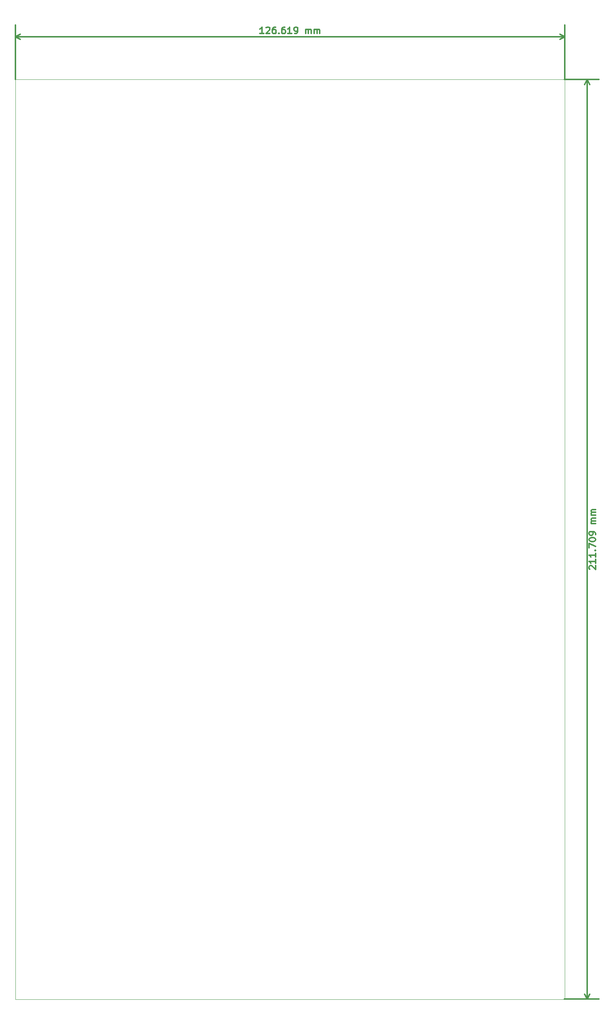
<source format=gbr>
G04 (created by PCBNEW (2013-07-07 BZR 4022)-stable) date 2/5/2016 12:23:49 PM*
%MOIN*%
G04 Gerber Fmt 3.4, Leading zero omitted, Abs format*
%FSLAX34Y34*%
G01*
G70*
G90*
G04 APERTURE LIST*
%ADD10C,0.00590551*%
%ADD11C,0.011811*%
%ADD12C,0.00393701*%
G04 APERTURE END LIST*
G54D10*
G54D11*
X63511Y-55777D02*
X63483Y-55749D01*
X63454Y-55693D01*
X63454Y-55552D01*
X63483Y-55496D01*
X63511Y-55468D01*
X63567Y-55440D01*
X63623Y-55440D01*
X63708Y-55468D01*
X64045Y-55805D01*
X64045Y-55440D01*
X64045Y-54877D02*
X64045Y-55215D01*
X64045Y-55046D02*
X63454Y-55046D01*
X63539Y-55102D01*
X63595Y-55159D01*
X63623Y-55215D01*
X64045Y-54315D02*
X64045Y-54652D01*
X64045Y-54484D02*
X63454Y-54484D01*
X63539Y-54540D01*
X63595Y-54596D01*
X63623Y-54652D01*
X63989Y-54062D02*
X64017Y-54034D01*
X64045Y-54062D01*
X64017Y-54090D01*
X63989Y-54062D01*
X64045Y-54062D01*
X63454Y-53837D02*
X63454Y-53443D01*
X64045Y-53696D01*
X63454Y-53106D02*
X63454Y-53050D01*
X63483Y-52993D01*
X63511Y-52965D01*
X63567Y-52937D01*
X63679Y-52909D01*
X63820Y-52909D01*
X63933Y-52937D01*
X63989Y-52965D01*
X64017Y-52993D01*
X64045Y-53050D01*
X64045Y-53106D01*
X64017Y-53162D01*
X63989Y-53190D01*
X63933Y-53218D01*
X63820Y-53246D01*
X63679Y-53246D01*
X63567Y-53218D01*
X63511Y-53190D01*
X63483Y-53162D01*
X63454Y-53106D01*
X64045Y-52628D02*
X64045Y-52515D01*
X64017Y-52459D01*
X63989Y-52431D01*
X63904Y-52375D01*
X63792Y-52346D01*
X63567Y-52346D01*
X63511Y-52375D01*
X63483Y-52403D01*
X63454Y-52459D01*
X63454Y-52571D01*
X63483Y-52628D01*
X63511Y-52656D01*
X63567Y-52684D01*
X63708Y-52684D01*
X63764Y-52656D01*
X63792Y-52628D01*
X63820Y-52571D01*
X63820Y-52459D01*
X63792Y-52403D01*
X63764Y-52375D01*
X63708Y-52346D01*
X64045Y-51643D02*
X63651Y-51643D01*
X63708Y-51643D02*
X63679Y-51615D01*
X63651Y-51559D01*
X63651Y-51475D01*
X63679Y-51418D01*
X63736Y-51390D01*
X64045Y-51390D01*
X63736Y-51390D02*
X63679Y-51362D01*
X63651Y-51306D01*
X63651Y-51222D01*
X63679Y-51165D01*
X63736Y-51137D01*
X64045Y-51137D01*
X64045Y-50856D02*
X63651Y-50856D01*
X63708Y-50856D02*
X63679Y-50828D01*
X63651Y-50772D01*
X63651Y-50687D01*
X63679Y-50631D01*
X63736Y-50603D01*
X64045Y-50603D01*
X63736Y-50603D02*
X63679Y-50575D01*
X63651Y-50519D01*
X63651Y-50434D01*
X63679Y-50378D01*
X63736Y-50350D01*
X64045Y-50350D01*
X63275Y-94725D02*
X63275Y-11375D01*
X61225Y-94725D02*
X64337Y-94725D01*
X61225Y-11375D02*
X64337Y-11375D01*
X63275Y-11375D02*
X63505Y-11818D01*
X63275Y-11375D02*
X63044Y-11818D01*
X63275Y-94725D02*
X63505Y-94281D01*
X63275Y-94725D02*
X63044Y-94281D01*
G54D12*
X11400Y-94750D02*
X11400Y-80950D01*
X25850Y-94750D02*
X11400Y-94750D01*
X61250Y-94750D02*
X61250Y-94425D01*
X25850Y-94750D02*
X61250Y-94750D01*
X61250Y-94450D02*
X61250Y-11350D01*
G54D11*
X33934Y-7207D02*
X33597Y-7207D01*
X33765Y-7207D02*
X33765Y-6616D01*
X33709Y-6701D01*
X33653Y-6757D01*
X33597Y-6785D01*
X34159Y-6673D02*
X34187Y-6645D01*
X34244Y-6616D01*
X34384Y-6616D01*
X34440Y-6645D01*
X34468Y-6673D01*
X34497Y-6729D01*
X34497Y-6785D01*
X34468Y-6870D01*
X34131Y-7207D01*
X34497Y-7207D01*
X35003Y-6616D02*
X34890Y-6616D01*
X34834Y-6645D01*
X34806Y-6673D01*
X34750Y-6757D01*
X34722Y-6870D01*
X34722Y-7095D01*
X34750Y-7151D01*
X34778Y-7179D01*
X34834Y-7207D01*
X34947Y-7207D01*
X35003Y-7179D01*
X35031Y-7151D01*
X35059Y-7095D01*
X35059Y-6954D01*
X35031Y-6898D01*
X35003Y-6870D01*
X34947Y-6841D01*
X34834Y-6841D01*
X34778Y-6870D01*
X34750Y-6898D01*
X34722Y-6954D01*
X35312Y-7151D02*
X35340Y-7179D01*
X35312Y-7207D01*
X35284Y-7179D01*
X35312Y-7151D01*
X35312Y-7207D01*
X35846Y-6616D02*
X35734Y-6616D01*
X35678Y-6645D01*
X35650Y-6673D01*
X35593Y-6757D01*
X35565Y-6870D01*
X35565Y-7095D01*
X35593Y-7151D01*
X35621Y-7179D01*
X35678Y-7207D01*
X35790Y-7207D01*
X35846Y-7179D01*
X35875Y-7151D01*
X35903Y-7095D01*
X35903Y-6954D01*
X35875Y-6898D01*
X35846Y-6870D01*
X35790Y-6841D01*
X35678Y-6841D01*
X35621Y-6870D01*
X35593Y-6898D01*
X35565Y-6954D01*
X36465Y-7207D02*
X36128Y-7207D01*
X36296Y-7207D02*
X36296Y-6616D01*
X36240Y-6701D01*
X36184Y-6757D01*
X36128Y-6785D01*
X36746Y-7207D02*
X36859Y-7207D01*
X36915Y-7179D01*
X36943Y-7151D01*
X36999Y-7066D01*
X37028Y-6954D01*
X37028Y-6729D01*
X36999Y-6673D01*
X36971Y-6645D01*
X36915Y-6616D01*
X36803Y-6616D01*
X36746Y-6645D01*
X36718Y-6673D01*
X36690Y-6729D01*
X36690Y-6870D01*
X36718Y-6926D01*
X36746Y-6954D01*
X36803Y-6982D01*
X36915Y-6982D01*
X36971Y-6954D01*
X36999Y-6926D01*
X37028Y-6870D01*
X37731Y-7207D02*
X37731Y-6813D01*
X37731Y-6870D02*
X37759Y-6841D01*
X37815Y-6813D01*
X37899Y-6813D01*
X37956Y-6841D01*
X37984Y-6898D01*
X37984Y-7207D01*
X37984Y-6898D02*
X38012Y-6841D01*
X38068Y-6813D01*
X38152Y-6813D01*
X38209Y-6841D01*
X38237Y-6898D01*
X38237Y-7207D01*
X38518Y-7207D02*
X38518Y-6813D01*
X38518Y-6870D02*
X38546Y-6841D01*
X38602Y-6813D01*
X38687Y-6813D01*
X38743Y-6841D01*
X38771Y-6898D01*
X38771Y-7207D01*
X38771Y-6898D02*
X38799Y-6841D01*
X38855Y-6813D01*
X38940Y-6813D01*
X38996Y-6841D01*
X39024Y-6898D01*
X39024Y-7207D01*
X11400Y-7500D02*
X61250Y-7500D01*
X11400Y-11350D02*
X11400Y-6437D01*
X61250Y-11350D02*
X61250Y-6437D01*
X61250Y-7500D02*
X60806Y-7730D01*
X61250Y-7500D02*
X60806Y-7269D01*
X11400Y-7500D02*
X11843Y-7730D01*
X11400Y-7500D02*
X11843Y-7269D01*
G54D12*
X61250Y-11350D02*
X58450Y-11350D01*
X11400Y-11350D02*
X58450Y-11350D01*
X11400Y-81100D02*
X11400Y-11350D01*
M02*

</source>
